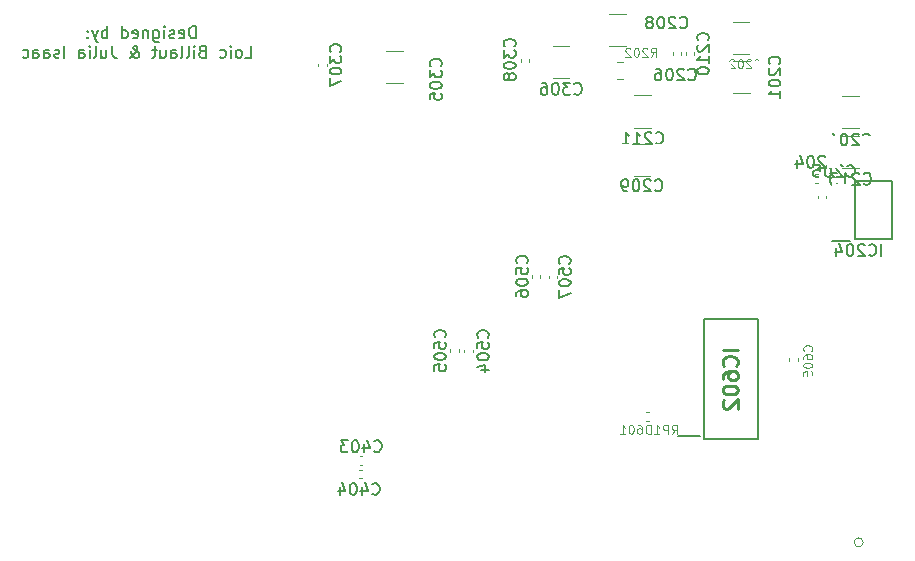
<source format=gbo>
G04 #@! TF.GenerationSoftware,KiCad,Pcbnew,(5.1.10)-1*
G04 #@! TF.CreationDate,2021-08-05T17:19:02-07:00*
G04 #@! TF.ProjectId,laser,6c617365-722e-46b6-9963-61645f706362,rev?*
G04 #@! TF.SameCoordinates,Original*
G04 #@! TF.FileFunction,Legend,Bot*
G04 #@! TF.FilePolarity,Positive*
%FSLAX46Y46*%
G04 Gerber Fmt 4.6, Leading zero omitted, Abs format (unit mm)*
G04 Created by KiCad (PCBNEW (5.1.10)-1) date 2021-08-05 17:19:02*
%MOMM*%
%LPD*%
G01*
G04 APERTURE LIST*
%ADD10C,0.150000*%
%ADD11C,0.120000*%
%ADD12C,0.200000*%
%ADD13C,0.100000*%
%ADD14C,0.254000*%
%ADD15C,0.900000*%
%ADD16C,4.200000*%
%ADD17C,4.500000*%
%ADD18C,1.650000*%
%ADD19R,1.650000X1.650000*%
%ADD20R,1.525000X0.700000*%
%ADD21R,1.800000X0.450000*%
%ADD22C,1.524000*%
G04 APERTURE END LIST*
D10*
X149862380Y-84037380D02*
X149862380Y-83037380D01*
X149624285Y-83037380D01*
X149481428Y-83085000D01*
X149386190Y-83180238D01*
X149338571Y-83275476D01*
X149290952Y-83465952D01*
X149290952Y-83608809D01*
X149338571Y-83799285D01*
X149386190Y-83894523D01*
X149481428Y-83989761D01*
X149624285Y-84037380D01*
X149862380Y-84037380D01*
X148481428Y-83989761D02*
X148576666Y-84037380D01*
X148767142Y-84037380D01*
X148862380Y-83989761D01*
X148910000Y-83894523D01*
X148910000Y-83513571D01*
X148862380Y-83418333D01*
X148767142Y-83370714D01*
X148576666Y-83370714D01*
X148481428Y-83418333D01*
X148433809Y-83513571D01*
X148433809Y-83608809D01*
X148910000Y-83704047D01*
X148052857Y-83989761D02*
X147957619Y-84037380D01*
X147767142Y-84037380D01*
X147671904Y-83989761D01*
X147624285Y-83894523D01*
X147624285Y-83846904D01*
X147671904Y-83751666D01*
X147767142Y-83704047D01*
X147910000Y-83704047D01*
X148005238Y-83656428D01*
X148052857Y-83561190D01*
X148052857Y-83513571D01*
X148005238Y-83418333D01*
X147910000Y-83370714D01*
X147767142Y-83370714D01*
X147671904Y-83418333D01*
X147195714Y-84037380D02*
X147195714Y-83370714D01*
X147195714Y-83037380D02*
X147243333Y-83085000D01*
X147195714Y-83132619D01*
X147148095Y-83085000D01*
X147195714Y-83037380D01*
X147195714Y-83132619D01*
X146290952Y-83370714D02*
X146290952Y-84180238D01*
X146338571Y-84275476D01*
X146386190Y-84323095D01*
X146481428Y-84370714D01*
X146624285Y-84370714D01*
X146719523Y-84323095D01*
X146290952Y-83989761D02*
X146386190Y-84037380D01*
X146576666Y-84037380D01*
X146671904Y-83989761D01*
X146719523Y-83942142D01*
X146767142Y-83846904D01*
X146767142Y-83561190D01*
X146719523Y-83465952D01*
X146671904Y-83418333D01*
X146576666Y-83370714D01*
X146386190Y-83370714D01*
X146290952Y-83418333D01*
X145814761Y-83370714D02*
X145814761Y-84037380D01*
X145814761Y-83465952D02*
X145767142Y-83418333D01*
X145671904Y-83370714D01*
X145529047Y-83370714D01*
X145433809Y-83418333D01*
X145386190Y-83513571D01*
X145386190Y-84037380D01*
X144529047Y-83989761D02*
X144624285Y-84037380D01*
X144814761Y-84037380D01*
X144910000Y-83989761D01*
X144957619Y-83894523D01*
X144957619Y-83513571D01*
X144910000Y-83418333D01*
X144814761Y-83370714D01*
X144624285Y-83370714D01*
X144529047Y-83418333D01*
X144481428Y-83513571D01*
X144481428Y-83608809D01*
X144957619Y-83704047D01*
X143624285Y-84037380D02*
X143624285Y-83037380D01*
X143624285Y-83989761D02*
X143719523Y-84037380D01*
X143910000Y-84037380D01*
X144005238Y-83989761D01*
X144052857Y-83942142D01*
X144100476Y-83846904D01*
X144100476Y-83561190D01*
X144052857Y-83465952D01*
X144005238Y-83418333D01*
X143910000Y-83370714D01*
X143719523Y-83370714D01*
X143624285Y-83418333D01*
X142386190Y-84037380D02*
X142386190Y-83037380D01*
X142386190Y-83418333D02*
X142290952Y-83370714D01*
X142100476Y-83370714D01*
X142005238Y-83418333D01*
X141957619Y-83465952D01*
X141910000Y-83561190D01*
X141910000Y-83846904D01*
X141957619Y-83942142D01*
X142005238Y-83989761D01*
X142100476Y-84037380D01*
X142290952Y-84037380D01*
X142386190Y-83989761D01*
X141576666Y-83370714D02*
X141338571Y-84037380D01*
X141100476Y-83370714D02*
X141338571Y-84037380D01*
X141433809Y-84275476D01*
X141481428Y-84323095D01*
X141576666Y-84370714D01*
X140719523Y-83942142D02*
X140671904Y-83989761D01*
X140719523Y-84037380D01*
X140767142Y-83989761D01*
X140719523Y-83942142D01*
X140719523Y-84037380D01*
X140719523Y-83418333D02*
X140671904Y-83465952D01*
X140719523Y-83513571D01*
X140767142Y-83465952D01*
X140719523Y-83418333D01*
X140719523Y-83513571D01*
X154076666Y-85687380D02*
X154552857Y-85687380D01*
X154552857Y-84687380D01*
X153600476Y-85687380D02*
X153695714Y-85639761D01*
X153743333Y-85592142D01*
X153790952Y-85496904D01*
X153790952Y-85211190D01*
X153743333Y-85115952D01*
X153695714Y-85068333D01*
X153600476Y-85020714D01*
X153457619Y-85020714D01*
X153362380Y-85068333D01*
X153314761Y-85115952D01*
X153267142Y-85211190D01*
X153267142Y-85496904D01*
X153314761Y-85592142D01*
X153362380Y-85639761D01*
X153457619Y-85687380D01*
X153600476Y-85687380D01*
X152838571Y-85687380D02*
X152838571Y-85020714D01*
X152838571Y-84687380D02*
X152886190Y-84735000D01*
X152838571Y-84782619D01*
X152790952Y-84735000D01*
X152838571Y-84687380D01*
X152838571Y-84782619D01*
X151933809Y-85639761D02*
X152029047Y-85687380D01*
X152219523Y-85687380D01*
X152314761Y-85639761D01*
X152362380Y-85592142D01*
X152410000Y-85496904D01*
X152410000Y-85211190D01*
X152362380Y-85115952D01*
X152314761Y-85068333D01*
X152219523Y-85020714D01*
X152029047Y-85020714D01*
X151933809Y-85068333D01*
X150410000Y-85163571D02*
X150267142Y-85211190D01*
X150219523Y-85258809D01*
X150171904Y-85354047D01*
X150171904Y-85496904D01*
X150219523Y-85592142D01*
X150267142Y-85639761D01*
X150362380Y-85687380D01*
X150743333Y-85687380D01*
X150743333Y-84687380D01*
X150410000Y-84687380D01*
X150314761Y-84735000D01*
X150267142Y-84782619D01*
X150219523Y-84877857D01*
X150219523Y-84973095D01*
X150267142Y-85068333D01*
X150314761Y-85115952D01*
X150410000Y-85163571D01*
X150743333Y-85163571D01*
X149743333Y-85687380D02*
X149743333Y-85020714D01*
X149743333Y-84687380D02*
X149790952Y-84735000D01*
X149743333Y-84782619D01*
X149695714Y-84735000D01*
X149743333Y-84687380D01*
X149743333Y-84782619D01*
X149124285Y-85687380D02*
X149219523Y-85639761D01*
X149267142Y-85544523D01*
X149267142Y-84687380D01*
X148600476Y-85687380D02*
X148695714Y-85639761D01*
X148743333Y-85544523D01*
X148743333Y-84687380D01*
X147790952Y-85687380D02*
X147790952Y-85163571D01*
X147838571Y-85068333D01*
X147933809Y-85020714D01*
X148124285Y-85020714D01*
X148219523Y-85068333D01*
X147790952Y-85639761D02*
X147886190Y-85687380D01*
X148124285Y-85687380D01*
X148219523Y-85639761D01*
X148267142Y-85544523D01*
X148267142Y-85449285D01*
X148219523Y-85354047D01*
X148124285Y-85306428D01*
X147886190Y-85306428D01*
X147790952Y-85258809D01*
X146886190Y-85020714D02*
X146886190Y-85687380D01*
X147314761Y-85020714D02*
X147314761Y-85544523D01*
X147267142Y-85639761D01*
X147171904Y-85687380D01*
X147029047Y-85687380D01*
X146933809Y-85639761D01*
X146886190Y-85592142D01*
X146552857Y-85020714D02*
X146171904Y-85020714D01*
X146410000Y-84687380D02*
X146410000Y-85544523D01*
X146362380Y-85639761D01*
X146267142Y-85687380D01*
X146171904Y-85687380D01*
X144267142Y-85687380D02*
X144314761Y-85687380D01*
X144410000Y-85639761D01*
X144552857Y-85496904D01*
X144790952Y-85211190D01*
X144886190Y-85068333D01*
X144933809Y-84925476D01*
X144933809Y-84830238D01*
X144886190Y-84735000D01*
X144790952Y-84687380D01*
X144743333Y-84687380D01*
X144648095Y-84735000D01*
X144600476Y-84830238D01*
X144600476Y-84877857D01*
X144648095Y-84973095D01*
X144695714Y-85020714D01*
X144981428Y-85211190D01*
X145029047Y-85258809D01*
X145076666Y-85354047D01*
X145076666Y-85496904D01*
X145029047Y-85592142D01*
X144981428Y-85639761D01*
X144886190Y-85687380D01*
X144743333Y-85687380D01*
X144648095Y-85639761D01*
X144600476Y-85592142D01*
X144457619Y-85401666D01*
X144410000Y-85258809D01*
X144410000Y-85163571D01*
X142790952Y-84687380D02*
X142790952Y-85401666D01*
X142838571Y-85544523D01*
X142933809Y-85639761D01*
X143076666Y-85687380D01*
X143171904Y-85687380D01*
X141886190Y-85020714D02*
X141886190Y-85687380D01*
X142314761Y-85020714D02*
X142314761Y-85544523D01*
X142267142Y-85639761D01*
X142171904Y-85687380D01*
X142029047Y-85687380D01*
X141933809Y-85639761D01*
X141886190Y-85592142D01*
X141267142Y-85687380D02*
X141362380Y-85639761D01*
X141410000Y-85544523D01*
X141410000Y-84687380D01*
X140886190Y-85687380D02*
X140886190Y-85020714D01*
X140886190Y-84687380D02*
X140933809Y-84735000D01*
X140886190Y-84782619D01*
X140838571Y-84735000D01*
X140886190Y-84687380D01*
X140886190Y-84782619D01*
X139981428Y-85687380D02*
X139981428Y-85163571D01*
X140029047Y-85068333D01*
X140124285Y-85020714D01*
X140314761Y-85020714D01*
X140410000Y-85068333D01*
X139981428Y-85639761D02*
X140076666Y-85687380D01*
X140314761Y-85687380D01*
X140410000Y-85639761D01*
X140457619Y-85544523D01*
X140457619Y-85449285D01*
X140410000Y-85354047D01*
X140314761Y-85306428D01*
X140076666Y-85306428D01*
X139981428Y-85258809D01*
X138743333Y-85687380D02*
X138743333Y-84687380D01*
X138314761Y-85639761D02*
X138219523Y-85687380D01*
X138029047Y-85687380D01*
X137933809Y-85639761D01*
X137886190Y-85544523D01*
X137886190Y-85496904D01*
X137933809Y-85401666D01*
X138029047Y-85354047D01*
X138171904Y-85354047D01*
X138267142Y-85306428D01*
X138314761Y-85211190D01*
X138314761Y-85163571D01*
X138267142Y-85068333D01*
X138171904Y-85020714D01*
X138029047Y-85020714D01*
X137933809Y-85068333D01*
X137029047Y-85687380D02*
X137029047Y-85163571D01*
X137076666Y-85068333D01*
X137171904Y-85020714D01*
X137362380Y-85020714D01*
X137457619Y-85068333D01*
X137029047Y-85639761D02*
X137124285Y-85687380D01*
X137362380Y-85687380D01*
X137457619Y-85639761D01*
X137505238Y-85544523D01*
X137505238Y-85449285D01*
X137457619Y-85354047D01*
X137362380Y-85306428D01*
X137124285Y-85306428D01*
X137029047Y-85258809D01*
X136124285Y-85687380D02*
X136124285Y-85163571D01*
X136171904Y-85068333D01*
X136267142Y-85020714D01*
X136457619Y-85020714D01*
X136552857Y-85068333D01*
X136124285Y-85639761D02*
X136219523Y-85687380D01*
X136457619Y-85687380D01*
X136552857Y-85639761D01*
X136600476Y-85544523D01*
X136600476Y-85449285D01*
X136552857Y-85354047D01*
X136457619Y-85306428D01*
X136219523Y-85306428D01*
X136124285Y-85258809D01*
X135219523Y-85639761D02*
X135314761Y-85687380D01*
X135505238Y-85687380D01*
X135600476Y-85639761D01*
X135648095Y-85592142D01*
X135695714Y-85496904D01*
X135695714Y-85211190D01*
X135648095Y-85115952D01*
X135600476Y-85068333D01*
X135505238Y-85020714D01*
X135314761Y-85020714D01*
X135219523Y-85068333D01*
D11*
X204598748Y-95040000D02*
X206021252Y-95040000D01*
X204598748Y-92320000D02*
X206021252Y-92320000D01*
X185552936Y-86065000D02*
X186007064Y-86065000D01*
X185552936Y-87535000D02*
X186007064Y-87535000D01*
X187003748Y-88890000D02*
X188426252Y-88890000D01*
X187003748Y-91610000D02*
X188426252Y-91610000D01*
X188366252Y-95710000D02*
X186943748Y-95710000D01*
X188366252Y-92990000D02*
X186943748Y-92990000D01*
X184858748Y-81960000D02*
X186281252Y-81960000D01*
X184858748Y-84680000D02*
X186281252Y-84680000D01*
X206026252Y-91650000D02*
X204603748Y-91650000D01*
X206026252Y-88930000D02*
X204603748Y-88930000D01*
X196756252Y-85350000D02*
X195333748Y-85350000D01*
X196756252Y-82630000D02*
X195333748Y-82630000D01*
X196786252Y-88690000D02*
X195363748Y-88690000D01*
X196786252Y-85970000D02*
X195363748Y-85970000D01*
X171410000Y-110392164D02*
X171410000Y-110607836D01*
X172130000Y-110392164D02*
X172130000Y-110607836D01*
X179060000Y-104092164D02*
X179060000Y-104307836D01*
X178340000Y-104092164D02*
X178340000Y-104307836D01*
X203240000Y-97587836D02*
X203240000Y-97372164D01*
X202520000Y-97587836D02*
X202520000Y-97372164D01*
X190240000Y-85457836D02*
X190240000Y-85242164D01*
X190960000Y-85457836D02*
X190960000Y-85242164D01*
X192060000Y-85457836D02*
X192060000Y-85242164D01*
X191340000Y-85457836D02*
X191340000Y-85242164D01*
X160230000Y-86417836D02*
X160230000Y-86202164D01*
X160950000Y-86417836D02*
X160950000Y-86202164D01*
X177400000Y-86047836D02*
X177400000Y-85832164D01*
X178120000Y-86047836D02*
X178120000Y-85832164D01*
X163977836Y-119430000D02*
X163762164Y-119430000D01*
X163977836Y-120150000D02*
X163762164Y-120150000D01*
X163947836Y-121310000D02*
X163732164Y-121310000D01*
X163947836Y-120590000D02*
X163732164Y-120590000D01*
X172610000Y-110402164D02*
X172610000Y-110617836D01*
X173330000Y-110402164D02*
X173330000Y-110617836D01*
X179740000Y-104142164D02*
X179740000Y-104357836D01*
X180460000Y-104142164D02*
X180460000Y-104357836D01*
X200110000Y-111357836D02*
X200110000Y-111142164D01*
X200830000Y-111357836D02*
X200830000Y-111142164D01*
D12*
X205648000Y-101045000D02*
X208848000Y-101045000D01*
X208848000Y-101045000D02*
X208848000Y-96145000D01*
X208848000Y-96145000D02*
X205648000Y-96145000D01*
X205648000Y-96145000D02*
X205648000Y-101045000D01*
X203773000Y-101200000D02*
X205298000Y-101200000D01*
X192890000Y-117990000D02*
X197490000Y-117990000D01*
X197490000Y-117990000D02*
X197490000Y-107790000D01*
X197490000Y-107790000D02*
X192890000Y-107790000D01*
X192890000Y-107790000D02*
X192890000Y-117990000D01*
X190740000Y-117690000D02*
X192540000Y-117690000D01*
D11*
X202266359Y-96330000D02*
X202573641Y-96330000D01*
X202266359Y-95570000D02*
X202573641Y-95570000D01*
X188263641Y-115650000D02*
X187956359Y-115650000D01*
X188263641Y-116410000D02*
X187956359Y-116410000D01*
X206381000Y-126732000D02*
G75*
G03*
X206381000Y-126732000I-381000J0D01*
G01*
X167411252Y-85100000D02*
X165988748Y-85100000D01*
X167411252Y-87820000D02*
X165988748Y-87820000D01*
X181501252Y-87410000D02*
X180078748Y-87410000D01*
X181501252Y-84690000D02*
X180078748Y-84690000D01*
D10*
X206429047Y-96337142D02*
X206476666Y-96384761D01*
X206619523Y-96432380D01*
X206714761Y-96432380D01*
X206857619Y-96384761D01*
X206952857Y-96289523D01*
X207000476Y-96194285D01*
X207048095Y-96003809D01*
X207048095Y-95860952D01*
X207000476Y-95670476D01*
X206952857Y-95575238D01*
X206857619Y-95480000D01*
X206714761Y-95432380D01*
X206619523Y-95432380D01*
X206476666Y-95480000D01*
X206429047Y-95527619D01*
X206048095Y-95527619D02*
X206000476Y-95480000D01*
X205905238Y-95432380D01*
X205667142Y-95432380D01*
X205571904Y-95480000D01*
X205524285Y-95527619D01*
X205476666Y-95622857D01*
X205476666Y-95718095D01*
X205524285Y-95860952D01*
X206095714Y-96432380D01*
X205476666Y-96432380D01*
X204524285Y-96432380D02*
X205095714Y-96432380D01*
X204810000Y-96432380D02*
X204810000Y-95432380D01*
X204905238Y-95575238D01*
X205000476Y-95670476D01*
X205095714Y-95718095D01*
X204190952Y-95432380D02*
X203571904Y-95432380D01*
X203905238Y-95813333D01*
X203762380Y-95813333D01*
X203667142Y-95860952D01*
X203619523Y-95908571D01*
X203571904Y-96003809D01*
X203571904Y-96241904D01*
X203619523Y-96337142D01*
X203667142Y-96384761D01*
X203762380Y-96432380D01*
X204048095Y-96432380D01*
X204143333Y-96384761D01*
X204190952Y-96337142D01*
D13*
X188389285Y-85609285D02*
X188639285Y-85252142D01*
X188817857Y-85609285D02*
X188817857Y-84859285D01*
X188532142Y-84859285D01*
X188460714Y-84895000D01*
X188425000Y-84930714D01*
X188389285Y-85002142D01*
X188389285Y-85109285D01*
X188425000Y-85180714D01*
X188460714Y-85216428D01*
X188532142Y-85252142D01*
X188817857Y-85252142D01*
X188103571Y-84930714D02*
X188067857Y-84895000D01*
X187996428Y-84859285D01*
X187817857Y-84859285D01*
X187746428Y-84895000D01*
X187710714Y-84930714D01*
X187675000Y-85002142D01*
X187675000Y-85073571D01*
X187710714Y-85180714D01*
X188139285Y-85609285D01*
X187675000Y-85609285D01*
X187210714Y-84859285D02*
X187139285Y-84859285D01*
X187067857Y-84895000D01*
X187032142Y-84930714D01*
X186996428Y-85002142D01*
X186960714Y-85145000D01*
X186960714Y-85323571D01*
X186996428Y-85466428D01*
X187032142Y-85537857D01*
X187067857Y-85573571D01*
X187139285Y-85609285D01*
X187210714Y-85609285D01*
X187282142Y-85573571D01*
X187317857Y-85537857D01*
X187353571Y-85466428D01*
X187389285Y-85323571D01*
X187389285Y-85145000D01*
X187353571Y-85002142D01*
X187317857Y-84930714D01*
X187282142Y-84895000D01*
X187210714Y-84859285D01*
X186675000Y-84930714D02*
X186639285Y-84895000D01*
X186567857Y-84859285D01*
X186389285Y-84859285D01*
X186317857Y-84895000D01*
X186282142Y-84930714D01*
X186246428Y-85002142D01*
X186246428Y-85073571D01*
X186282142Y-85180714D01*
X186710714Y-85609285D01*
X186246428Y-85609285D01*
D10*
X188834047Y-92907142D02*
X188881666Y-92954761D01*
X189024523Y-93002380D01*
X189119761Y-93002380D01*
X189262619Y-92954761D01*
X189357857Y-92859523D01*
X189405476Y-92764285D01*
X189453095Y-92573809D01*
X189453095Y-92430952D01*
X189405476Y-92240476D01*
X189357857Y-92145238D01*
X189262619Y-92050000D01*
X189119761Y-92002380D01*
X189024523Y-92002380D01*
X188881666Y-92050000D01*
X188834047Y-92097619D01*
X188453095Y-92097619D02*
X188405476Y-92050000D01*
X188310238Y-92002380D01*
X188072142Y-92002380D01*
X187976904Y-92050000D01*
X187929285Y-92097619D01*
X187881666Y-92192857D01*
X187881666Y-92288095D01*
X187929285Y-92430952D01*
X188500714Y-93002380D01*
X187881666Y-93002380D01*
X186929285Y-93002380D02*
X187500714Y-93002380D01*
X187215000Y-93002380D02*
X187215000Y-92002380D01*
X187310238Y-92145238D01*
X187405476Y-92240476D01*
X187500714Y-92288095D01*
X185976904Y-93002380D02*
X186548333Y-93002380D01*
X186262619Y-93002380D02*
X186262619Y-92002380D01*
X186357857Y-92145238D01*
X186453095Y-92240476D01*
X186548333Y-92288095D01*
X188769047Y-96907142D02*
X188816666Y-96954761D01*
X188959523Y-97002380D01*
X189054761Y-97002380D01*
X189197619Y-96954761D01*
X189292857Y-96859523D01*
X189340476Y-96764285D01*
X189388095Y-96573809D01*
X189388095Y-96430952D01*
X189340476Y-96240476D01*
X189292857Y-96145238D01*
X189197619Y-96050000D01*
X189054761Y-96002380D01*
X188959523Y-96002380D01*
X188816666Y-96050000D01*
X188769047Y-96097619D01*
X188388095Y-96097619D02*
X188340476Y-96050000D01*
X188245238Y-96002380D01*
X188007142Y-96002380D01*
X187911904Y-96050000D01*
X187864285Y-96097619D01*
X187816666Y-96192857D01*
X187816666Y-96288095D01*
X187864285Y-96430952D01*
X188435714Y-97002380D01*
X187816666Y-97002380D01*
X187197619Y-96002380D02*
X187102380Y-96002380D01*
X187007142Y-96050000D01*
X186959523Y-96097619D01*
X186911904Y-96192857D01*
X186864285Y-96383333D01*
X186864285Y-96621428D01*
X186911904Y-96811904D01*
X186959523Y-96907142D01*
X187007142Y-96954761D01*
X187102380Y-97002380D01*
X187197619Y-97002380D01*
X187292857Y-96954761D01*
X187340476Y-96907142D01*
X187388095Y-96811904D01*
X187435714Y-96621428D01*
X187435714Y-96383333D01*
X187388095Y-96192857D01*
X187340476Y-96097619D01*
X187292857Y-96050000D01*
X187197619Y-96002380D01*
X186388095Y-97002380D02*
X186197619Y-97002380D01*
X186102380Y-96954761D01*
X186054761Y-96907142D01*
X185959523Y-96764285D01*
X185911904Y-96573809D01*
X185911904Y-96192857D01*
X185959523Y-96097619D01*
X186007142Y-96050000D01*
X186102380Y-96002380D01*
X186292857Y-96002380D01*
X186388095Y-96050000D01*
X186435714Y-96097619D01*
X186483333Y-96192857D01*
X186483333Y-96430952D01*
X186435714Y-96526190D01*
X186388095Y-96573809D01*
X186292857Y-96621428D01*
X186102380Y-96621428D01*
X186007142Y-96573809D01*
X185959523Y-96526190D01*
X185911904Y-96430952D01*
X190869047Y-83117142D02*
X190916666Y-83164761D01*
X191059523Y-83212380D01*
X191154761Y-83212380D01*
X191297619Y-83164761D01*
X191392857Y-83069523D01*
X191440476Y-82974285D01*
X191488095Y-82783809D01*
X191488095Y-82640952D01*
X191440476Y-82450476D01*
X191392857Y-82355238D01*
X191297619Y-82260000D01*
X191154761Y-82212380D01*
X191059523Y-82212380D01*
X190916666Y-82260000D01*
X190869047Y-82307619D01*
X190488095Y-82307619D02*
X190440476Y-82260000D01*
X190345238Y-82212380D01*
X190107142Y-82212380D01*
X190011904Y-82260000D01*
X189964285Y-82307619D01*
X189916666Y-82402857D01*
X189916666Y-82498095D01*
X189964285Y-82640952D01*
X190535714Y-83212380D01*
X189916666Y-83212380D01*
X189297619Y-82212380D02*
X189202380Y-82212380D01*
X189107142Y-82260000D01*
X189059523Y-82307619D01*
X189011904Y-82402857D01*
X188964285Y-82593333D01*
X188964285Y-82831428D01*
X189011904Y-83021904D01*
X189059523Y-83117142D01*
X189107142Y-83164761D01*
X189202380Y-83212380D01*
X189297619Y-83212380D01*
X189392857Y-83164761D01*
X189440476Y-83117142D01*
X189488095Y-83021904D01*
X189535714Y-82831428D01*
X189535714Y-82593333D01*
X189488095Y-82402857D01*
X189440476Y-82307619D01*
X189392857Y-82260000D01*
X189297619Y-82212380D01*
X188392857Y-82640952D02*
X188488095Y-82593333D01*
X188535714Y-82545714D01*
X188583333Y-82450476D01*
X188583333Y-82402857D01*
X188535714Y-82307619D01*
X188488095Y-82260000D01*
X188392857Y-82212380D01*
X188202380Y-82212380D01*
X188107142Y-82260000D01*
X188059523Y-82307619D01*
X188011904Y-82402857D01*
X188011904Y-82450476D01*
X188059523Y-82545714D01*
X188107142Y-82593333D01*
X188202380Y-82640952D01*
X188392857Y-82640952D01*
X188488095Y-82688571D01*
X188535714Y-82736190D01*
X188583333Y-82831428D01*
X188583333Y-83021904D01*
X188535714Y-83117142D01*
X188488095Y-83164761D01*
X188392857Y-83212380D01*
X188202380Y-83212380D01*
X188107142Y-83164761D01*
X188059523Y-83117142D01*
X188011904Y-83021904D01*
X188011904Y-82831428D01*
X188059523Y-82736190D01*
X188107142Y-82688571D01*
X188202380Y-82640952D01*
X206384047Y-93017142D02*
X206431666Y-93064761D01*
X206574523Y-93112380D01*
X206669761Y-93112380D01*
X206812619Y-93064761D01*
X206907857Y-92969523D01*
X206955476Y-92874285D01*
X207003095Y-92683809D01*
X207003095Y-92540952D01*
X206955476Y-92350476D01*
X206907857Y-92255238D01*
X206812619Y-92160000D01*
X206669761Y-92112380D01*
X206574523Y-92112380D01*
X206431666Y-92160000D01*
X206384047Y-92207619D01*
X206003095Y-92207619D02*
X205955476Y-92160000D01*
X205860238Y-92112380D01*
X205622142Y-92112380D01*
X205526904Y-92160000D01*
X205479285Y-92207619D01*
X205431666Y-92302857D01*
X205431666Y-92398095D01*
X205479285Y-92540952D01*
X206050714Y-93112380D01*
X205431666Y-93112380D01*
X204812619Y-92112380D02*
X204717380Y-92112380D01*
X204622142Y-92160000D01*
X204574523Y-92207619D01*
X204526904Y-92302857D01*
X204479285Y-92493333D01*
X204479285Y-92731428D01*
X204526904Y-92921904D01*
X204574523Y-93017142D01*
X204622142Y-93064761D01*
X204717380Y-93112380D01*
X204812619Y-93112380D01*
X204907857Y-93064761D01*
X204955476Y-93017142D01*
X205003095Y-92921904D01*
X205050714Y-92731428D01*
X205050714Y-92493333D01*
X205003095Y-92302857D01*
X204955476Y-92207619D01*
X204907857Y-92160000D01*
X204812619Y-92112380D01*
X203622142Y-92445714D02*
X203622142Y-93112380D01*
X203860238Y-92064761D02*
X204098333Y-92779047D01*
X203479285Y-92779047D01*
D13*
X197194285Y-86517857D02*
X197230000Y-86553571D01*
X197337142Y-86589285D01*
X197408571Y-86589285D01*
X197515714Y-86553571D01*
X197587142Y-86482142D01*
X197622857Y-86410714D01*
X197658571Y-86267857D01*
X197658571Y-86160714D01*
X197622857Y-86017857D01*
X197587142Y-85946428D01*
X197515714Y-85875000D01*
X197408571Y-85839285D01*
X197337142Y-85839285D01*
X197230000Y-85875000D01*
X197194285Y-85910714D01*
X196908571Y-85910714D02*
X196872857Y-85875000D01*
X196801428Y-85839285D01*
X196622857Y-85839285D01*
X196551428Y-85875000D01*
X196515714Y-85910714D01*
X196480000Y-85982142D01*
X196480000Y-86053571D01*
X196515714Y-86160714D01*
X196944285Y-86589285D01*
X196480000Y-86589285D01*
X196015714Y-85839285D02*
X195944285Y-85839285D01*
X195872857Y-85875000D01*
X195837142Y-85910714D01*
X195801428Y-85982142D01*
X195765714Y-86125000D01*
X195765714Y-86303571D01*
X195801428Y-86446428D01*
X195837142Y-86517857D01*
X195872857Y-86553571D01*
X195944285Y-86589285D01*
X196015714Y-86589285D01*
X196087142Y-86553571D01*
X196122857Y-86517857D01*
X196158571Y-86446428D01*
X196194285Y-86303571D01*
X196194285Y-86125000D01*
X196158571Y-85982142D01*
X196122857Y-85910714D01*
X196087142Y-85875000D01*
X196015714Y-85839285D01*
X195480000Y-85910714D02*
X195444285Y-85875000D01*
X195372857Y-85839285D01*
X195194285Y-85839285D01*
X195122857Y-85875000D01*
X195087142Y-85910714D01*
X195051428Y-85982142D01*
X195051428Y-86053571D01*
X195087142Y-86160714D01*
X195515714Y-86589285D01*
X195051428Y-86589285D01*
D10*
X199282142Y-86210952D02*
X199329761Y-86163333D01*
X199377380Y-86020476D01*
X199377380Y-85925238D01*
X199329761Y-85782380D01*
X199234523Y-85687142D01*
X199139285Y-85639523D01*
X198948809Y-85591904D01*
X198805952Y-85591904D01*
X198615476Y-85639523D01*
X198520238Y-85687142D01*
X198425000Y-85782380D01*
X198377380Y-85925238D01*
X198377380Y-86020476D01*
X198425000Y-86163333D01*
X198472619Y-86210952D01*
X198472619Y-86591904D02*
X198425000Y-86639523D01*
X198377380Y-86734761D01*
X198377380Y-86972857D01*
X198425000Y-87068095D01*
X198472619Y-87115714D01*
X198567857Y-87163333D01*
X198663095Y-87163333D01*
X198805952Y-87115714D01*
X199377380Y-86544285D01*
X199377380Y-87163333D01*
X198377380Y-87782380D02*
X198377380Y-87877619D01*
X198425000Y-87972857D01*
X198472619Y-88020476D01*
X198567857Y-88068095D01*
X198758333Y-88115714D01*
X198996428Y-88115714D01*
X199186904Y-88068095D01*
X199282142Y-88020476D01*
X199329761Y-87972857D01*
X199377380Y-87877619D01*
X199377380Y-87782380D01*
X199329761Y-87687142D01*
X199282142Y-87639523D01*
X199186904Y-87591904D01*
X198996428Y-87544285D01*
X198758333Y-87544285D01*
X198567857Y-87591904D01*
X198472619Y-87639523D01*
X198425000Y-87687142D01*
X198377380Y-87782380D01*
X199377380Y-89068095D02*
X199377380Y-88496666D01*
X199377380Y-88782380D02*
X198377380Y-88782380D01*
X198520238Y-88687142D01*
X198615476Y-88591904D01*
X198663095Y-88496666D01*
X170967142Y-109380952D02*
X171014761Y-109333333D01*
X171062380Y-109190476D01*
X171062380Y-109095238D01*
X171014761Y-108952380D01*
X170919523Y-108857142D01*
X170824285Y-108809523D01*
X170633809Y-108761904D01*
X170490952Y-108761904D01*
X170300476Y-108809523D01*
X170205238Y-108857142D01*
X170110000Y-108952380D01*
X170062380Y-109095238D01*
X170062380Y-109190476D01*
X170110000Y-109333333D01*
X170157619Y-109380952D01*
X170062380Y-110285714D02*
X170062380Y-109809523D01*
X170538571Y-109761904D01*
X170490952Y-109809523D01*
X170443333Y-109904761D01*
X170443333Y-110142857D01*
X170490952Y-110238095D01*
X170538571Y-110285714D01*
X170633809Y-110333333D01*
X170871904Y-110333333D01*
X170967142Y-110285714D01*
X171014761Y-110238095D01*
X171062380Y-110142857D01*
X171062380Y-109904761D01*
X171014761Y-109809523D01*
X170967142Y-109761904D01*
X170062380Y-110952380D02*
X170062380Y-111047619D01*
X170110000Y-111142857D01*
X170157619Y-111190476D01*
X170252857Y-111238095D01*
X170443333Y-111285714D01*
X170681428Y-111285714D01*
X170871904Y-111238095D01*
X170967142Y-111190476D01*
X171014761Y-111142857D01*
X171062380Y-111047619D01*
X171062380Y-110952380D01*
X171014761Y-110857142D01*
X170967142Y-110809523D01*
X170871904Y-110761904D01*
X170681428Y-110714285D01*
X170443333Y-110714285D01*
X170252857Y-110761904D01*
X170157619Y-110809523D01*
X170110000Y-110857142D01*
X170062380Y-110952380D01*
X170062380Y-112190476D02*
X170062380Y-111714285D01*
X170538571Y-111666666D01*
X170490952Y-111714285D01*
X170443333Y-111809523D01*
X170443333Y-112047619D01*
X170490952Y-112142857D01*
X170538571Y-112190476D01*
X170633809Y-112238095D01*
X170871904Y-112238095D01*
X170967142Y-112190476D01*
X171014761Y-112142857D01*
X171062380Y-112047619D01*
X171062380Y-111809523D01*
X171014761Y-111714285D01*
X170967142Y-111666666D01*
X177897142Y-103080952D02*
X177944761Y-103033333D01*
X177992380Y-102890476D01*
X177992380Y-102795238D01*
X177944761Y-102652380D01*
X177849523Y-102557142D01*
X177754285Y-102509523D01*
X177563809Y-102461904D01*
X177420952Y-102461904D01*
X177230476Y-102509523D01*
X177135238Y-102557142D01*
X177040000Y-102652380D01*
X176992380Y-102795238D01*
X176992380Y-102890476D01*
X177040000Y-103033333D01*
X177087619Y-103080952D01*
X176992380Y-103985714D02*
X176992380Y-103509523D01*
X177468571Y-103461904D01*
X177420952Y-103509523D01*
X177373333Y-103604761D01*
X177373333Y-103842857D01*
X177420952Y-103938095D01*
X177468571Y-103985714D01*
X177563809Y-104033333D01*
X177801904Y-104033333D01*
X177897142Y-103985714D01*
X177944761Y-103938095D01*
X177992380Y-103842857D01*
X177992380Y-103604761D01*
X177944761Y-103509523D01*
X177897142Y-103461904D01*
X176992380Y-104652380D02*
X176992380Y-104747619D01*
X177040000Y-104842857D01*
X177087619Y-104890476D01*
X177182857Y-104938095D01*
X177373333Y-104985714D01*
X177611428Y-104985714D01*
X177801904Y-104938095D01*
X177897142Y-104890476D01*
X177944761Y-104842857D01*
X177992380Y-104747619D01*
X177992380Y-104652380D01*
X177944761Y-104557142D01*
X177897142Y-104509523D01*
X177801904Y-104461904D01*
X177611428Y-104414285D01*
X177373333Y-104414285D01*
X177182857Y-104461904D01*
X177087619Y-104509523D01*
X177040000Y-104557142D01*
X176992380Y-104652380D01*
X176992380Y-105842857D02*
X176992380Y-105652380D01*
X177040000Y-105557142D01*
X177087619Y-105509523D01*
X177230476Y-105414285D01*
X177420952Y-105366666D01*
X177801904Y-105366666D01*
X177897142Y-105414285D01*
X177944761Y-105461904D01*
X177992380Y-105557142D01*
X177992380Y-105747619D01*
X177944761Y-105842857D01*
X177897142Y-105890476D01*
X177801904Y-105938095D01*
X177563809Y-105938095D01*
X177468571Y-105890476D01*
X177420952Y-105842857D01*
X177373333Y-105747619D01*
X177373333Y-105557142D01*
X177420952Y-105461904D01*
X177468571Y-105414285D01*
X177563809Y-105366666D01*
X205029047Y-95687142D02*
X205076666Y-95734761D01*
X205219523Y-95782380D01*
X205314761Y-95782380D01*
X205457619Y-95734761D01*
X205552857Y-95639523D01*
X205600476Y-95544285D01*
X205648095Y-95353809D01*
X205648095Y-95210952D01*
X205600476Y-95020476D01*
X205552857Y-94925238D01*
X205457619Y-94830000D01*
X205314761Y-94782380D01*
X205219523Y-94782380D01*
X205076666Y-94830000D01*
X205029047Y-94877619D01*
X204648095Y-94877619D02*
X204600476Y-94830000D01*
X204505238Y-94782380D01*
X204267142Y-94782380D01*
X204171904Y-94830000D01*
X204124285Y-94877619D01*
X204076666Y-94972857D01*
X204076666Y-95068095D01*
X204124285Y-95210952D01*
X204695714Y-95782380D01*
X204076666Y-95782380D01*
X203457619Y-94782380D02*
X203362380Y-94782380D01*
X203267142Y-94830000D01*
X203219523Y-94877619D01*
X203171904Y-94972857D01*
X203124285Y-95163333D01*
X203124285Y-95401428D01*
X203171904Y-95591904D01*
X203219523Y-95687142D01*
X203267142Y-95734761D01*
X203362380Y-95782380D01*
X203457619Y-95782380D01*
X203552857Y-95734761D01*
X203600476Y-95687142D01*
X203648095Y-95591904D01*
X203695714Y-95401428D01*
X203695714Y-95163333D01*
X203648095Y-94972857D01*
X203600476Y-94877619D01*
X203552857Y-94830000D01*
X203457619Y-94782380D01*
X202219523Y-94782380D02*
X202695714Y-94782380D01*
X202743333Y-95258571D01*
X202695714Y-95210952D01*
X202600476Y-95163333D01*
X202362380Y-95163333D01*
X202267142Y-95210952D01*
X202219523Y-95258571D01*
X202171904Y-95353809D01*
X202171904Y-95591904D01*
X202219523Y-95687142D01*
X202267142Y-95734761D01*
X202362380Y-95782380D01*
X202600476Y-95782380D01*
X202695714Y-95734761D01*
X202743333Y-95687142D01*
X191589047Y-87517142D02*
X191636666Y-87564761D01*
X191779523Y-87612380D01*
X191874761Y-87612380D01*
X192017619Y-87564761D01*
X192112857Y-87469523D01*
X192160476Y-87374285D01*
X192208095Y-87183809D01*
X192208095Y-87040952D01*
X192160476Y-86850476D01*
X192112857Y-86755238D01*
X192017619Y-86660000D01*
X191874761Y-86612380D01*
X191779523Y-86612380D01*
X191636666Y-86660000D01*
X191589047Y-86707619D01*
X191208095Y-86707619D02*
X191160476Y-86660000D01*
X191065238Y-86612380D01*
X190827142Y-86612380D01*
X190731904Y-86660000D01*
X190684285Y-86707619D01*
X190636666Y-86802857D01*
X190636666Y-86898095D01*
X190684285Y-87040952D01*
X191255714Y-87612380D01*
X190636666Y-87612380D01*
X190017619Y-86612380D02*
X189922380Y-86612380D01*
X189827142Y-86660000D01*
X189779523Y-86707619D01*
X189731904Y-86802857D01*
X189684285Y-86993333D01*
X189684285Y-87231428D01*
X189731904Y-87421904D01*
X189779523Y-87517142D01*
X189827142Y-87564761D01*
X189922380Y-87612380D01*
X190017619Y-87612380D01*
X190112857Y-87564761D01*
X190160476Y-87517142D01*
X190208095Y-87421904D01*
X190255714Y-87231428D01*
X190255714Y-86993333D01*
X190208095Y-86802857D01*
X190160476Y-86707619D01*
X190112857Y-86660000D01*
X190017619Y-86612380D01*
X188827142Y-86612380D02*
X189017619Y-86612380D01*
X189112857Y-86660000D01*
X189160476Y-86707619D01*
X189255714Y-86850476D01*
X189303333Y-87040952D01*
X189303333Y-87421904D01*
X189255714Y-87517142D01*
X189208095Y-87564761D01*
X189112857Y-87612380D01*
X188922380Y-87612380D01*
X188827142Y-87564761D01*
X188779523Y-87517142D01*
X188731904Y-87421904D01*
X188731904Y-87183809D01*
X188779523Y-87088571D01*
X188827142Y-87040952D01*
X188922380Y-86993333D01*
X189112857Y-86993333D01*
X189208095Y-87040952D01*
X189255714Y-87088571D01*
X189303333Y-87183809D01*
X193217142Y-84230952D02*
X193264761Y-84183333D01*
X193312380Y-84040476D01*
X193312380Y-83945238D01*
X193264761Y-83802380D01*
X193169523Y-83707142D01*
X193074285Y-83659523D01*
X192883809Y-83611904D01*
X192740952Y-83611904D01*
X192550476Y-83659523D01*
X192455238Y-83707142D01*
X192360000Y-83802380D01*
X192312380Y-83945238D01*
X192312380Y-84040476D01*
X192360000Y-84183333D01*
X192407619Y-84230952D01*
X192407619Y-84611904D02*
X192360000Y-84659523D01*
X192312380Y-84754761D01*
X192312380Y-84992857D01*
X192360000Y-85088095D01*
X192407619Y-85135714D01*
X192502857Y-85183333D01*
X192598095Y-85183333D01*
X192740952Y-85135714D01*
X193312380Y-84564285D01*
X193312380Y-85183333D01*
X193312380Y-86135714D02*
X193312380Y-85564285D01*
X193312380Y-85850000D02*
X192312380Y-85850000D01*
X192455238Y-85754761D01*
X192550476Y-85659523D01*
X192598095Y-85564285D01*
X192312380Y-86754761D02*
X192312380Y-86850000D01*
X192360000Y-86945238D01*
X192407619Y-86992857D01*
X192502857Y-87040476D01*
X192693333Y-87088095D01*
X192931428Y-87088095D01*
X193121904Y-87040476D01*
X193217142Y-86992857D01*
X193264761Y-86945238D01*
X193312380Y-86850000D01*
X193312380Y-86754761D01*
X193264761Y-86659523D01*
X193217142Y-86611904D01*
X193121904Y-86564285D01*
X192931428Y-86516666D01*
X192693333Y-86516666D01*
X192502857Y-86564285D01*
X192407619Y-86611904D01*
X192360000Y-86659523D01*
X192312380Y-86754761D01*
X162107142Y-85190952D02*
X162154761Y-85143333D01*
X162202380Y-85000476D01*
X162202380Y-84905238D01*
X162154761Y-84762380D01*
X162059523Y-84667142D01*
X161964285Y-84619523D01*
X161773809Y-84571904D01*
X161630952Y-84571904D01*
X161440476Y-84619523D01*
X161345238Y-84667142D01*
X161250000Y-84762380D01*
X161202380Y-84905238D01*
X161202380Y-85000476D01*
X161250000Y-85143333D01*
X161297619Y-85190952D01*
X161202380Y-85524285D02*
X161202380Y-86143333D01*
X161583333Y-85810000D01*
X161583333Y-85952857D01*
X161630952Y-86048095D01*
X161678571Y-86095714D01*
X161773809Y-86143333D01*
X162011904Y-86143333D01*
X162107142Y-86095714D01*
X162154761Y-86048095D01*
X162202380Y-85952857D01*
X162202380Y-85667142D01*
X162154761Y-85571904D01*
X162107142Y-85524285D01*
X161202380Y-86762380D02*
X161202380Y-86857619D01*
X161250000Y-86952857D01*
X161297619Y-87000476D01*
X161392857Y-87048095D01*
X161583333Y-87095714D01*
X161821428Y-87095714D01*
X162011904Y-87048095D01*
X162107142Y-87000476D01*
X162154761Y-86952857D01*
X162202380Y-86857619D01*
X162202380Y-86762380D01*
X162154761Y-86667142D01*
X162107142Y-86619523D01*
X162011904Y-86571904D01*
X161821428Y-86524285D01*
X161583333Y-86524285D01*
X161392857Y-86571904D01*
X161297619Y-86619523D01*
X161250000Y-86667142D01*
X161202380Y-86762380D01*
X161202380Y-87429047D02*
X161202380Y-88095714D01*
X162202380Y-87667142D01*
X176857142Y-84730952D02*
X176904761Y-84683333D01*
X176952380Y-84540476D01*
X176952380Y-84445238D01*
X176904761Y-84302380D01*
X176809523Y-84207142D01*
X176714285Y-84159523D01*
X176523809Y-84111904D01*
X176380952Y-84111904D01*
X176190476Y-84159523D01*
X176095238Y-84207142D01*
X176000000Y-84302380D01*
X175952380Y-84445238D01*
X175952380Y-84540476D01*
X176000000Y-84683333D01*
X176047619Y-84730952D01*
X175952380Y-85064285D02*
X175952380Y-85683333D01*
X176333333Y-85350000D01*
X176333333Y-85492857D01*
X176380952Y-85588095D01*
X176428571Y-85635714D01*
X176523809Y-85683333D01*
X176761904Y-85683333D01*
X176857142Y-85635714D01*
X176904761Y-85588095D01*
X176952380Y-85492857D01*
X176952380Y-85207142D01*
X176904761Y-85111904D01*
X176857142Y-85064285D01*
X175952380Y-86302380D02*
X175952380Y-86397619D01*
X176000000Y-86492857D01*
X176047619Y-86540476D01*
X176142857Y-86588095D01*
X176333333Y-86635714D01*
X176571428Y-86635714D01*
X176761904Y-86588095D01*
X176857142Y-86540476D01*
X176904761Y-86492857D01*
X176952380Y-86397619D01*
X176952380Y-86302380D01*
X176904761Y-86207142D01*
X176857142Y-86159523D01*
X176761904Y-86111904D01*
X176571428Y-86064285D01*
X176333333Y-86064285D01*
X176142857Y-86111904D01*
X176047619Y-86159523D01*
X176000000Y-86207142D01*
X175952380Y-86302380D01*
X176380952Y-87207142D02*
X176333333Y-87111904D01*
X176285714Y-87064285D01*
X176190476Y-87016666D01*
X176142857Y-87016666D01*
X176047619Y-87064285D01*
X176000000Y-87111904D01*
X175952380Y-87207142D01*
X175952380Y-87397619D01*
X176000000Y-87492857D01*
X176047619Y-87540476D01*
X176142857Y-87588095D01*
X176190476Y-87588095D01*
X176285714Y-87540476D01*
X176333333Y-87492857D01*
X176380952Y-87397619D01*
X176380952Y-87207142D01*
X176428571Y-87111904D01*
X176476190Y-87064285D01*
X176571428Y-87016666D01*
X176761904Y-87016666D01*
X176857142Y-87064285D01*
X176904761Y-87111904D01*
X176952380Y-87207142D01*
X176952380Y-87397619D01*
X176904761Y-87492857D01*
X176857142Y-87540476D01*
X176761904Y-87588095D01*
X176571428Y-87588095D01*
X176476190Y-87540476D01*
X176428571Y-87492857D01*
X176380952Y-87397619D01*
X164989047Y-118987142D02*
X165036666Y-119034761D01*
X165179523Y-119082380D01*
X165274761Y-119082380D01*
X165417619Y-119034761D01*
X165512857Y-118939523D01*
X165560476Y-118844285D01*
X165608095Y-118653809D01*
X165608095Y-118510952D01*
X165560476Y-118320476D01*
X165512857Y-118225238D01*
X165417619Y-118130000D01*
X165274761Y-118082380D01*
X165179523Y-118082380D01*
X165036666Y-118130000D01*
X164989047Y-118177619D01*
X164131904Y-118415714D02*
X164131904Y-119082380D01*
X164370000Y-118034761D02*
X164608095Y-118749047D01*
X163989047Y-118749047D01*
X163417619Y-118082380D02*
X163322380Y-118082380D01*
X163227142Y-118130000D01*
X163179523Y-118177619D01*
X163131904Y-118272857D01*
X163084285Y-118463333D01*
X163084285Y-118701428D01*
X163131904Y-118891904D01*
X163179523Y-118987142D01*
X163227142Y-119034761D01*
X163322380Y-119082380D01*
X163417619Y-119082380D01*
X163512857Y-119034761D01*
X163560476Y-118987142D01*
X163608095Y-118891904D01*
X163655714Y-118701428D01*
X163655714Y-118463333D01*
X163608095Y-118272857D01*
X163560476Y-118177619D01*
X163512857Y-118130000D01*
X163417619Y-118082380D01*
X162750952Y-118082380D02*
X162131904Y-118082380D01*
X162465238Y-118463333D01*
X162322380Y-118463333D01*
X162227142Y-118510952D01*
X162179523Y-118558571D01*
X162131904Y-118653809D01*
X162131904Y-118891904D01*
X162179523Y-118987142D01*
X162227142Y-119034761D01*
X162322380Y-119082380D01*
X162608095Y-119082380D01*
X162703333Y-119034761D01*
X162750952Y-118987142D01*
X164819047Y-122607142D02*
X164866666Y-122654761D01*
X165009523Y-122702380D01*
X165104761Y-122702380D01*
X165247619Y-122654761D01*
X165342857Y-122559523D01*
X165390476Y-122464285D01*
X165438095Y-122273809D01*
X165438095Y-122130952D01*
X165390476Y-121940476D01*
X165342857Y-121845238D01*
X165247619Y-121750000D01*
X165104761Y-121702380D01*
X165009523Y-121702380D01*
X164866666Y-121750000D01*
X164819047Y-121797619D01*
X163961904Y-122035714D02*
X163961904Y-122702380D01*
X164200000Y-121654761D02*
X164438095Y-122369047D01*
X163819047Y-122369047D01*
X163247619Y-121702380D02*
X163152380Y-121702380D01*
X163057142Y-121750000D01*
X163009523Y-121797619D01*
X162961904Y-121892857D01*
X162914285Y-122083333D01*
X162914285Y-122321428D01*
X162961904Y-122511904D01*
X163009523Y-122607142D01*
X163057142Y-122654761D01*
X163152380Y-122702380D01*
X163247619Y-122702380D01*
X163342857Y-122654761D01*
X163390476Y-122607142D01*
X163438095Y-122511904D01*
X163485714Y-122321428D01*
X163485714Y-122083333D01*
X163438095Y-121892857D01*
X163390476Y-121797619D01*
X163342857Y-121750000D01*
X163247619Y-121702380D01*
X162057142Y-122035714D02*
X162057142Y-122702380D01*
X162295238Y-121654761D02*
X162533333Y-122369047D01*
X161914285Y-122369047D01*
X174607142Y-109390952D02*
X174654761Y-109343333D01*
X174702380Y-109200476D01*
X174702380Y-109105238D01*
X174654761Y-108962380D01*
X174559523Y-108867142D01*
X174464285Y-108819523D01*
X174273809Y-108771904D01*
X174130952Y-108771904D01*
X173940476Y-108819523D01*
X173845238Y-108867142D01*
X173750000Y-108962380D01*
X173702380Y-109105238D01*
X173702380Y-109200476D01*
X173750000Y-109343333D01*
X173797619Y-109390952D01*
X173702380Y-110295714D02*
X173702380Y-109819523D01*
X174178571Y-109771904D01*
X174130952Y-109819523D01*
X174083333Y-109914761D01*
X174083333Y-110152857D01*
X174130952Y-110248095D01*
X174178571Y-110295714D01*
X174273809Y-110343333D01*
X174511904Y-110343333D01*
X174607142Y-110295714D01*
X174654761Y-110248095D01*
X174702380Y-110152857D01*
X174702380Y-109914761D01*
X174654761Y-109819523D01*
X174607142Y-109771904D01*
X173702380Y-110962380D02*
X173702380Y-111057619D01*
X173750000Y-111152857D01*
X173797619Y-111200476D01*
X173892857Y-111248095D01*
X174083333Y-111295714D01*
X174321428Y-111295714D01*
X174511904Y-111248095D01*
X174607142Y-111200476D01*
X174654761Y-111152857D01*
X174702380Y-111057619D01*
X174702380Y-110962380D01*
X174654761Y-110867142D01*
X174607142Y-110819523D01*
X174511904Y-110771904D01*
X174321428Y-110724285D01*
X174083333Y-110724285D01*
X173892857Y-110771904D01*
X173797619Y-110819523D01*
X173750000Y-110867142D01*
X173702380Y-110962380D01*
X174035714Y-112152857D02*
X174702380Y-112152857D01*
X173654761Y-111914761D02*
X174369047Y-111676666D01*
X174369047Y-112295714D01*
X181507142Y-103130952D02*
X181554761Y-103083333D01*
X181602380Y-102940476D01*
X181602380Y-102845238D01*
X181554761Y-102702380D01*
X181459523Y-102607142D01*
X181364285Y-102559523D01*
X181173809Y-102511904D01*
X181030952Y-102511904D01*
X180840476Y-102559523D01*
X180745238Y-102607142D01*
X180650000Y-102702380D01*
X180602380Y-102845238D01*
X180602380Y-102940476D01*
X180650000Y-103083333D01*
X180697619Y-103130952D01*
X180602380Y-104035714D02*
X180602380Y-103559523D01*
X181078571Y-103511904D01*
X181030952Y-103559523D01*
X180983333Y-103654761D01*
X180983333Y-103892857D01*
X181030952Y-103988095D01*
X181078571Y-104035714D01*
X181173809Y-104083333D01*
X181411904Y-104083333D01*
X181507142Y-104035714D01*
X181554761Y-103988095D01*
X181602380Y-103892857D01*
X181602380Y-103654761D01*
X181554761Y-103559523D01*
X181507142Y-103511904D01*
X180602380Y-104702380D02*
X180602380Y-104797619D01*
X180650000Y-104892857D01*
X180697619Y-104940476D01*
X180792857Y-104988095D01*
X180983333Y-105035714D01*
X181221428Y-105035714D01*
X181411904Y-104988095D01*
X181507142Y-104940476D01*
X181554761Y-104892857D01*
X181602380Y-104797619D01*
X181602380Y-104702380D01*
X181554761Y-104607142D01*
X181507142Y-104559523D01*
X181411904Y-104511904D01*
X181221428Y-104464285D01*
X180983333Y-104464285D01*
X180792857Y-104511904D01*
X180697619Y-104559523D01*
X180650000Y-104607142D01*
X180602380Y-104702380D01*
X180602380Y-105369047D02*
X180602380Y-106035714D01*
X181602380Y-105607142D01*
D13*
X201987857Y-110520714D02*
X202023571Y-110485000D01*
X202059285Y-110377857D01*
X202059285Y-110306428D01*
X202023571Y-110199285D01*
X201952142Y-110127857D01*
X201880714Y-110092142D01*
X201737857Y-110056428D01*
X201630714Y-110056428D01*
X201487857Y-110092142D01*
X201416428Y-110127857D01*
X201345000Y-110199285D01*
X201309285Y-110306428D01*
X201309285Y-110377857D01*
X201345000Y-110485000D01*
X201380714Y-110520714D01*
X201309285Y-111163571D02*
X201309285Y-111020714D01*
X201345000Y-110949285D01*
X201380714Y-110913571D01*
X201487857Y-110842142D01*
X201630714Y-110806428D01*
X201916428Y-110806428D01*
X201987857Y-110842142D01*
X202023571Y-110877857D01*
X202059285Y-110949285D01*
X202059285Y-111092142D01*
X202023571Y-111163571D01*
X201987857Y-111199285D01*
X201916428Y-111235000D01*
X201737857Y-111235000D01*
X201666428Y-111199285D01*
X201630714Y-111163571D01*
X201595000Y-111092142D01*
X201595000Y-110949285D01*
X201630714Y-110877857D01*
X201666428Y-110842142D01*
X201737857Y-110806428D01*
X201309285Y-111699285D02*
X201309285Y-111770714D01*
X201345000Y-111842142D01*
X201380714Y-111877857D01*
X201452142Y-111913571D01*
X201595000Y-111949285D01*
X201773571Y-111949285D01*
X201916428Y-111913571D01*
X201987857Y-111877857D01*
X202023571Y-111842142D01*
X202059285Y-111770714D01*
X202059285Y-111699285D01*
X202023571Y-111627857D01*
X201987857Y-111592142D01*
X201916428Y-111556428D01*
X201773571Y-111520714D01*
X201595000Y-111520714D01*
X201452142Y-111556428D01*
X201380714Y-111592142D01*
X201345000Y-111627857D01*
X201309285Y-111699285D01*
X201309285Y-112627857D02*
X201309285Y-112270714D01*
X201666428Y-112235000D01*
X201630714Y-112270714D01*
X201595000Y-112342142D01*
X201595000Y-112520714D01*
X201630714Y-112592142D01*
X201666428Y-112627857D01*
X201737857Y-112663571D01*
X201916428Y-112663571D01*
X201987857Y-112627857D01*
X202023571Y-112592142D01*
X202059285Y-112520714D01*
X202059285Y-112342142D01*
X202023571Y-112270714D01*
X201987857Y-112235000D01*
D10*
X207928571Y-102467380D02*
X207928571Y-101467380D01*
X206880952Y-102372142D02*
X206928571Y-102419761D01*
X207071428Y-102467380D01*
X207166666Y-102467380D01*
X207309523Y-102419761D01*
X207404761Y-102324523D01*
X207452380Y-102229285D01*
X207500000Y-102038809D01*
X207500000Y-101895952D01*
X207452380Y-101705476D01*
X207404761Y-101610238D01*
X207309523Y-101515000D01*
X207166666Y-101467380D01*
X207071428Y-101467380D01*
X206928571Y-101515000D01*
X206880952Y-101562619D01*
X206500000Y-101562619D02*
X206452380Y-101515000D01*
X206357142Y-101467380D01*
X206119047Y-101467380D01*
X206023809Y-101515000D01*
X205976190Y-101562619D01*
X205928571Y-101657857D01*
X205928571Y-101753095D01*
X205976190Y-101895952D01*
X206547619Y-102467380D01*
X205928571Y-102467380D01*
X205309523Y-101467380D02*
X205214285Y-101467380D01*
X205119047Y-101515000D01*
X205071428Y-101562619D01*
X205023809Y-101657857D01*
X204976190Y-101848333D01*
X204976190Y-102086428D01*
X205023809Y-102276904D01*
X205071428Y-102372142D01*
X205119047Y-102419761D01*
X205214285Y-102467380D01*
X205309523Y-102467380D01*
X205404761Y-102419761D01*
X205452380Y-102372142D01*
X205500000Y-102276904D01*
X205547619Y-102086428D01*
X205547619Y-101848333D01*
X205500000Y-101657857D01*
X205452380Y-101562619D01*
X205404761Y-101515000D01*
X205309523Y-101467380D01*
X204119047Y-101800714D02*
X204119047Y-102467380D01*
X204357142Y-101419761D02*
X204595238Y-102134047D01*
X203976190Y-102134047D01*
D14*
X195764523Y-110440714D02*
X194494523Y-110440714D01*
X195643571Y-111771190D02*
X195704047Y-111710714D01*
X195764523Y-111529285D01*
X195764523Y-111408333D01*
X195704047Y-111226904D01*
X195583095Y-111105952D01*
X195462142Y-111045476D01*
X195220238Y-110985000D01*
X195038809Y-110985000D01*
X194796904Y-111045476D01*
X194675952Y-111105952D01*
X194555000Y-111226904D01*
X194494523Y-111408333D01*
X194494523Y-111529285D01*
X194555000Y-111710714D01*
X194615476Y-111771190D01*
X194494523Y-112859761D02*
X194494523Y-112617857D01*
X194555000Y-112496904D01*
X194615476Y-112436428D01*
X194796904Y-112315476D01*
X195038809Y-112255000D01*
X195522619Y-112255000D01*
X195643571Y-112315476D01*
X195704047Y-112375952D01*
X195764523Y-112496904D01*
X195764523Y-112738809D01*
X195704047Y-112859761D01*
X195643571Y-112920238D01*
X195522619Y-112980714D01*
X195220238Y-112980714D01*
X195099285Y-112920238D01*
X195038809Y-112859761D01*
X194978333Y-112738809D01*
X194978333Y-112496904D01*
X195038809Y-112375952D01*
X195099285Y-112315476D01*
X195220238Y-112255000D01*
X194494523Y-113766904D02*
X194494523Y-113887857D01*
X194555000Y-114008809D01*
X194615476Y-114069285D01*
X194736428Y-114129761D01*
X194978333Y-114190238D01*
X195280714Y-114190238D01*
X195522619Y-114129761D01*
X195643571Y-114069285D01*
X195704047Y-114008809D01*
X195764523Y-113887857D01*
X195764523Y-113766904D01*
X195704047Y-113645952D01*
X195643571Y-113585476D01*
X195522619Y-113525000D01*
X195280714Y-113464523D01*
X194978333Y-113464523D01*
X194736428Y-113525000D01*
X194615476Y-113585476D01*
X194555000Y-113645952D01*
X194494523Y-113766904D01*
X194615476Y-114674047D02*
X194555000Y-114734523D01*
X194494523Y-114855476D01*
X194494523Y-115157857D01*
X194555000Y-115278809D01*
X194615476Y-115339285D01*
X194736428Y-115399761D01*
X194857380Y-115399761D01*
X195038809Y-115339285D01*
X195764523Y-114613571D01*
X195764523Y-115399761D01*
D10*
X203539047Y-95007380D02*
X203872380Y-94531190D01*
X204110476Y-95007380D02*
X204110476Y-94007380D01*
X203729523Y-94007380D01*
X203634285Y-94055000D01*
X203586666Y-94102619D01*
X203539047Y-94197857D01*
X203539047Y-94340714D01*
X203586666Y-94435952D01*
X203634285Y-94483571D01*
X203729523Y-94531190D01*
X204110476Y-94531190D01*
X203158095Y-94102619D02*
X203110476Y-94055000D01*
X203015238Y-94007380D01*
X202777142Y-94007380D01*
X202681904Y-94055000D01*
X202634285Y-94102619D01*
X202586666Y-94197857D01*
X202586666Y-94293095D01*
X202634285Y-94435952D01*
X203205714Y-95007380D01*
X202586666Y-95007380D01*
X201967619Y-94007380D02*
X201872380Y-94007380D01*
X201777142Y-94055000D01*
X201729523Y-94102619D01*
X201681904Y-94197857D01*
X201634285Y-94388333D01*
X201634285Y-94626428D01*
X201681904Y-94816904D01*
X201729523Y-94912142D01*
X201777142Y-94959761D01*
X201872380Y-95007380D01*
X201967619Y-95007380D01*
X202062857Y-94959761D01*
X202110476Y-94912142D01*
X202158095Y-94816904D01*
X202205714Y-94626428D01*
X202205714Y-94388333D01*
X202158095Y-94197857D01*
X202110476Y-94102619D01*
X202062857Y-94055000D01*
X201967619Y-94007380D01*
X200777142Y-94340714D02*
X200777142Y-95007380D01*
X201015238Y-93959761D02*
X201253333Y-94674047D01*
X200634285Y-94674047D01*
D13*
X190166428Y-117539285D02*
X190416428Y-117182142D01*
X190595000Y-117539285D02*
X190595000Y-116789285D01*
X190309285Y-116789285D01*
X190237857Y-116825000D01*
X190202142Y-116860714D01*
X190166428Y-116932142D01*
X190166428Y-117039285D01*
X190202142Y-117110714D01*
X190237857Y-117146428D01*
X190309285Y-117182142D01*
X190595000Y-117182142D01*
X189845000Y-117539285D02*
X189845000Y-116789285D01*
X189559285Y-116789285D01*
X189487857Y-116825000D01*
X189452142Y-116860714D01*
X189416428Y-116932142D01*
X189416428Y-117039285D01*
X189452142Y-117110714D01*
X189487857Y-117146428D01*
X189559285Y-117182142D01*
X189845000Y-117182142D01*
X188702142Y-117539285D02*
X189130714Y-117539285D01*
X188916428Y-117539285D02*
X188916428Y-116789285D01*
X188987857Y-116896428D01*
X189059285Y-116967857D01*
X189130714Y-117003571D01*
X188380714Y-117539285D02*
X188380714Y-116789285D01*
X188202142Y-116789285D01*
X188095000Y-116825000D01*
X188023571Y-116896428D01*
X187987857Y-116967857D01*
X187952142Y-117110714D01*
X187952142Y-117217857D01*
X187987857Y-117360714D01*
X188023571Y-117432142D01*
X188095000Y-117503571D01*
X188202142Y-117539285D01*
X188380714Y-117539285D01*
X187309285Y-116789285D02*
X187452142Y-116789285D01*
X187523571Y-116825000D01*
X187559285Y-116860714D01*
X187630714Y-116967857D01*
X187666428Y-117110714D01*
X187666428Y-117396428D01*
X187630714Y-117467857D01*
X187595000Y-117503571D01*
X187523571Y-117539285D01*
X187380714Y-117539285D01*
X187309285Y-117503571D01*
X187273571Y-117467857D01*
X187237857Y-117396428D01*
X187237857Y-117217857D01*
X187273571Y-117146428D01*
X187309285Y-117110714D01*
X187380714Y-117075000D01*
X187523571Y-117075000D01*
X187595000Y-117110714D01*
X187630714Y-117146428D01*
X187666428Y-117217857D01*
X186773571Y-116789285D02*
X186702142Y-116789285D01*
X186630714Y-116825000D01*
X186595000Y-116860714D01*
X186559285Y-116932142D01*
X186523571Y-117075000D01*
X186523571Y-117253571D01*
X186559285Y-117396428D01*
X186595000Y-117467857D01*
X186630714Y-117503571D01*
X186702142Y-117539285D01*
X186773571Y-117539285D01*
X186845000Y-117503571D01*
X186880714Y-117467857D01*
X186916428Y-117396428D01*
X186952142Y-117253571D01*
X186952142Y-117075000D01*
X186916428Y-116932142D01*
X186880714Y-116860714D01*
X186845000Y-116825000D01*
X186773571Y-116789285D01*
X185809285Y-117539285D02*
X186237857Y-117539285D01*
X186023571Y-117539285D02*
X186023571Y-116789285D01*
X186095000Y-116896428D01*
X186166428Y-116967857D01*
X186237857Y-117003571D01*
D10*
X170597142Y-86410952D02*
X170644761Y-86363333D01*
X170692380Y-86220476D01*
X170692380Y-86125238D01*
X170644761Y-85982380D01*
X170549523Y-85887142D01*
X170454285Y-85839523D01*
X170263809Y-85791904D01*
X170120952Y-85791904D01*
X169930476Y-85839523D01*
X169835238Y-85887142D01*
X169740000Y-85982380D01*
X169692380Y-86125238D01*
X169692380Y-86220476D01*
X169740000Y-86363333D01*
X169787619Y-86410952D01*
X169692380Y-86744285D02*
X169692380Y-87363333D01*
X170073333Y-87030000D01*
X170073333Y-87172857D01*
X170120952Y-87268095D01*
X170168571Y-87315714D01*
X170263809Y-87363333D01*
X170501904Y-87363333D01*
X170597142Y-87315714D01*
X170644761Y-87268095D01*
X170692380Y-87172857D01*
X170692380Y-86887142D01*
X170644761Y-86791904D01*
X170597142Y-86744285D01*
X169692380Y-87982380D02*
X169692380Y-88077619D01*
X169740000Y-88172857D01*
X169787619Y-88220476D01*
X169882857Y-88268095D01*
X170073333Y-88315714D01*
X170311428Y-88315714D01*
X170501904Y-88268095D01*
X170597142Y-88220476D01*
X170644761Y-88172857D01*
X170692380Y-88077619D01*
X170692380Y-87982380D01*
X170644761Y-87887142D01*
X170597142Y-87839523D01*
X170501904Y-87791904D01*
X170311428Y-87744285D01*
X170073333Y-87744285D01*
X169882857Y-87791904D01*
X169787619Y-87839523D01*
X169740000Y-87887142D01*
X169692380Y-87982380D01*
X169692380Y-89220476D02*
X169692380Y-88744285D01*
X170168571Y-88696666D01*
X170120952Y-88744285D01*
X170073333Y-88839523D01*
X170073333Y-89077619D01*
X170120952Y-89172857D01*
X170168571Y-89220476D01*
X170263809Y-89268095D01*
X170501904Y-89268095D01*
X170597142Y-89220476D01*
X170644761Y-89172857D01*
X170692380Y-89077619D01*
X170692380Y-88839523D01*
X170644761Y-88744285D01*
X170597142Y-88696666D01*
X181929047Y-88727142D02*
X181976666Y-88774761D01*
X182119523Y-88822380D01*
X182214761Y-88822380D01*
X182357619Y-88774761D01*
X182452857Y-88679523D01*
X182500476Y-88584285D01*
X182548095Y-88393809D01*
X182548095Y-88250952D01*
X182500476Y-88060476D01*
X182452857Y-87965238D01*
X182357619Y-87870000D01*
X182214761Y-87822380D01*
X182119523Y-87822380D01*
X181976666Y-87870000D01*
X181929047Y-87917619D01*
X181595714Y-87822380D02*
X180976666Y-87822380D01*
X181310000Y-88203333D01*
X181167142Y-88203333D01*
X181071904Y-88250952D01*
X181024285Y-88298571D01*
X180976666Y-88393809D01*
X180976666Y-88631904D01*
X181024285Y-88727142D01*
X181071904Y-88774761D01*
X181167142Y-88822380D01*
X181452857Y-88822380D01*
X181548095Y-88774761D01*
X181595714Y-88727142D01*
X180357619Y-87822380D02*
X180262380Y-87822380D01*
X180167142Y-87870000D01*
X180119523Y-87917619D01*
X180071904Y-88012857D01*
X180024285Y-88203333D01*
X180024285Y-88441428D01*
X180071904Y-88631904D01*
X180119523Y-88727142D01*
X180167142Y-88774761D01*
X180262380Y-88822380D01*
X180357619Y-88822380D01*
X180452857Y-88774761D01*
X180500476Y-88727142D01*
X180548095Y-88631904D01*
X180595714Y-88441428D01*
X180595714Y-88203333D01*
X180548095Y-88012857D01*
X180500476Y-87917619D01*
X180452857Y-87870000D01*
X180357619Y-87822380D01*
X179167142Y-87822380D02*
X179357619Y-87822380D01*
X179452857Y-87870000D01*
X179500476Y-87917619D01*
X179595714Y-88060476D01*
X179643333Y-88250952D01*
X179643333Y-88631904D01*
X179595714Y-88727142D01*
X179548095Y-88774761D01*
X179452857Y-88822380D01*
X179262380Y-88822380D01*
X179167142Y-88774761D01*
X179119523Y-88727142D01*
X179071904Y-88631904D01*
X179071904Y-88393809D01*
X179119523Y-88298571D01*
X179167142Y-88250952D01*
X179262380Y-88203333D01*
X179452857Y-88203333D01*
X179548095Y-88250952D01*
X179595714Y-88298571D01*
X179643333Y-88393809D01*
%LPC*%
D15*
X207000000Y-103360000D03*
X207000000Y-107760000D03*
G36*
G01*
X206210000Y-94780001D02*
X206210000Y-92579999D01*
G75*
G02*
X206459999Y-92330000I249999J0D01*
G01*
X207110001Y-92330000D01*
G75*
G02*
X207360000Y-92579999I0J-249999D01*
G01*
X207360000Y-94780001D01*
G75*
G02*
X207110001Y-95030000I-249999J0D01*
G01*
X206459999Y-95030000D01*
G75*
G02*
X206210000Y-94780001I0J249999D01*
G01*
G37*
G36*
G01*
X203260000Y-94780001D02*
X203260000Y-92579999D01*
G75*
G02*
X203509999Y-92330000I249999J0D01*
G01*
X204160001Y-92330000D01*
G75*
G02*
X204410000Y-92579999I0J-249999D01*
G01*
X204410000Y-94780001D01*
G75*
G02*
X204160001Y-95030000I-249999J0D01*
G01*
X203509999Y-95030000D01*
G75*
G02*
X203260000Y-94780001I0J249999D01*
G01*
G37*
D16*
X205841600Y-129700000D03*
X205867000Y-83903800D03*
D17*
X126263400Y-93225600D03*
X152374600Y-93200200D03*
X152298400Y-121267200D03*
X126263400Y-121165600D03*
X130835400Y-129674600D03*
X130830000Y-83930000D03*
D18*
X207550000Y-115950000D03*
X205010000Y-115950000D03*
X202470000Y-115950000D03*
X207550000Y-113410000D03*
X205010000Y-113410000D03*
D19*
X202470000Y-113410000D03*
G36*
G01*
X186180000Y-87250002D02*
X186180000Y-86349998D01*
G75*
G02*
X186429998Y-86100000I249998J0D01*
G01*
X186955002Y-86100000D01*
G75*
G02*
X187205000Y-86349998I0J-249998D01*
G01*
X187205000Y-87250002D01*
G75*
G02*
X186955002Y-87500000I-249998J0D01*
G01*
X186429998Y-87500000D01*
G75*
G02*
X186180000Y-87250002I0J249998D01*
G01*
G37*
G36*
G01*
X184355000Y-87250002D02*
X184355000Y-86349998D01*
G75*
G02*
X184604998Y-86100000I249998J0D01*
G01*
X185130002Y-86100000D01*
G75*
G02*
X185380000Y-86349998I0J-249998D01*
G01*
X185380000Y-87250002D01*
G75*
G02*
X185130002Y-87500000I-249998J0D01*
G01*
X184604998Y-87500000D01*
G75*
G02*
X184355000Y-87250002I0J249998D01*
G01*
G37*
G36*
G01*
X188615000Y-91350001D02*
X188615000Y-89149999D01*
G75*
G02*
X188864999Y-88900000I249999J0D01*
G01*
X189515001Y-88900000D01*
G75*
G02*
X189765000Y-89149999I0J-249999D01*
G01*
X189765000Y-91350001D01*
G75*
G02*
X189515001Y-91600000I-249999J0D01*
G01*
X188864999Y-91600000D01*
G75*
G02*
X188615000Y-91350001I0J249999D01*
G01*
G37*
G36*
G01*
X185665000Y-91350001D02*
X185665000Y-89149999D01*
G75*
G02*
X185914999Y-88900000I249999J0D01*
G01*
X186565001Y-88900000D01*
G75*
G02*
X186815000Y-89149999I0J-249999D01*
G01*
X186815000Y-91350001D01*
G75*
G02*
X186565001Y-91600000I-249999J0D01*
G01*
X185914999Y-91600000D01*
G75*
G02*
X185665000Y-91350001I0J249999D01*
G01*
G37*
G36*
G01*
X186755000Y-93249999D02*
X186755000Y-95450001D01*
G75*
G02*
X186505001Y-95700000I-249999J0D01*
G01*
X185854999Y-95700000D01*
G75*
G02*
X185605000Y-95450001I0J249999D01*
G01*
X185605000Y-93249999D01*
G75*
G02*
X185854999Y-93000000I249999J0D01*
G01*
X186505001Y-93000000D01*
G75*
G02*
X186755000Y-93249999I0J-249999D01*
G01*
G37*
G36*
G01*
X189705000Y-93249999D02*
X189705000Y-95450001D01*
G75*
G02*
X189455001Y-95700000I-249999J0D01*
G01*
X188804999Y-95700000D01*
G75*
G02*
X188555000Y-95450001I0J249999D01*
G01*
X188555000Y-93249999D01*
G75*
G02*
X188804999Y-93000000I249999J0D01*
G01*
X189455001Y-93000000D01*
G75*
G02*
X189705000Y-93249999I0J-249999D01*
G01*
G37*
G36*
G01*
X186470000Y-84420001D02*
X186470000Y-82219999D01*
G75*
G02*
X186719999Y-81970000I249999J0D01*
G01*
X187370001Y-81970000D01*
G75*
G02*
X187620000Y-82219999I0J-249999D01*
G01*
X187620000Y-84420001D01*
G75*
G02*
X187370001Y-84670000I-249999J0D01*
G01*
X186719999Y-84670000D01*
G75*
G02*
X186470000Y-84420001I0J249999D01*
G01*
G37*
G36*
G01*
X183520000Y-84420001D02*
X183520000Y-82219999D01*
G75*
G02*
X183769999Y-81970000I249999J0D01*
G01*
X184420001Y-81970000D01*
G75*
G02*
X184670000Y-82219999I0J-249999D01*
G01*
X184670000Y-84420001D01*
G75*
G02*
X184420001Y-84670000I-249999J0D01*
G01*
X183769999Y-84670000D01*
G75*
G02*
X183520000Y-84420001I0J249999D01*
G01*
G37*
G36*
G01*
X204415000Y-89189999D02*
X204415000Y-91390001D01*
G75*
G02*
X204165001Y-91640000I-249999J0D01*
G01*
X203514999Y-91640000D01*
G75*
G02*
X203265000Y-91390001I0J249999D01*
G01*
X203265000Y-89189999D01*
G75*
G02*
X203514999Y-88940000I249999J0D01*
G01*
X204165001Y-88940000D01*
G75*
G02*
X204415000Y-89189999I0J-249999D01*
G01*
G37*
G36*
G01*
X207365000Y-89189999D02*
X207365000Y-91390001D01*
G75*
G02*
X207115001Y-91640000I-249999J0D01*
G01*
X206464999Y-91640000D01*
G75*
G02*
X206215000Y-91390001I0J249999D01*
G01*
X206215000Y-89189999D01*
G75*
G02*
X206464999Y-88940000I249999J0D01*
G01*
X207115001Y-88940000D01*
G75*
G02*
X207365000Y-89189999I0J-249999D01*
G01*
G37*
G36*
G01*
X195145000Y-82889999D02*
X195145000Y-85090001D01*
G75*
G02*
X194895001Y-85340000I-249999J0D01*
G01*
X194244999Y-85340000D01*
G75*
G02*
X193995000Y-85090001I0J249999D01*
G01*
X193995000Y-82889999D01*
G75*
G02*
X194244999Y-82640000I249999J0D01*
G01*
X194895001Y-82640000D01*
G75*
G02*
X195145000Y-82889999I0J-249999D01*
G01*
G37*
G36*
G01*
X198095000Y-82889999D02*
X198095000Y-85090001D01*
G75*
G02*
X197845001Y-85340000I-249999J0D01*
G01*
X197194999Y-85340000D01*
G75*
G02*
X196945000Y-85090001I0J249999D01*
G01*
X196945000Y-82889999D01*
G75*
G02*
X197194999Y-82640000I249999J0D01*
G01*
X197845001Y-82640000D01*
G75*
G02*
X198095000Y-82889999I0J-249999D01*
G01*
G37*
G36*
G01*
X195175000Y-86229999D02*
X195175000Y-88430001D01*
G75*
G02*
X194925001Y-88680000I-249999J0D01*
G01*
X194274999Y-88680000D01*
G75*
G02*
X194025000Y-88430001I0J249999D01*
G01*
X194025000Y-86229999D01*
G75*
G02*
X194274999Y-85980000I249999J0D01*
G01*
X194925001Y-85980000D01*
G75*
G02*
X195175000Y-86229999I0J-249999D01*
G01*
G37*
G36*
G01*
X198125000Y-86229999D02*
X198125000Y-88430001D01*
G75*
G02*
X197875001Y-88680000I-249999J0D01*
G01*
X197224999Y-88680000D01*
G75*
G02*
X196975000Y-88430001I0J249999D01*
G01*
X196975000Y-86229999D01*
G75*
G02*
X197224999Y-85980000I249999J0D01*
G01*
X197875001Y-85980000D01*
G75*
G02*
X198125000Y-86229999I0J-249999D01*
G01*
G37*
G36*
G01*
X171600000Y-109740000D02*
X171940000Y-109740000D01*
G75*
G02*
X172080000Y-109880000I0J-140000D01*
G01*
X172080000Y-110160000D01*
G75*
G02*
X171940000Y-110300000I-140000J0D01*
G01*
X171600000Y-110300000D01*
G75*
G02*
X171460000Y-110160000I0J140000D01*
G01*
X171460000Y-109880000D01*
G75*
G02*
X171600000Y-109740000I140000J0D01*
G01*
G37*
G36*
G01*
X171600000Y-110700000D02*
X171940000Y-110700000D01*
G75*
G02*
X172080000Y-110840000I0J-140000D01*
G01*
X172080000Y-111120000D01*
G75*
G02*
X171940000Y-111260000I-140000J0D01*
G01*
X171600000Y-111260000D01*
G75*
G02*
X171460000Y-111120000I0J140000D01*
G01*
X171460000Y-110840000D01*
G75*
G02*
X171600000Y-110700000I140000J0D01*
G01*
G37*
G36*
G01*
X178530000Y-104400000D02*
X178870000Y-104400000D01*
G75*
G02*
X179010000Y-104540000I0J-140000D01*
G01*
X179010000Y-104820000D01*
G75*
G02*
X178870000Y-104960000I-140000J0D01*
G01*
X178530000Y-104960000D01*
G75*
G02*
X178390000Y-104820000I0J140000D01*
G01*
X178390000Y-104540000D01*
G75*
G02*
X178530000Y-104400000I140000J0D01*
G01*
G37*
G36*
G01*
X178530000Y-103440000D02*
X178870000Y-103440000D01*
G75*
G02*
X179010000Y-103580000I0J-140000D01*
G01*
X179010000Y-103860000D01*
G75*
G02*
X178870000Y-104000000I-140000J0D01*
G01*
X178530000Y-104000000D01*
G75*
G02*
X178390000Y-103860000I0J140000D01*
G01*
X178390000Y-103580000D01*
G75*
G02*
X178530000Y-103440000I140000J0D01*
G01*
G37*
G36*
G01*
X203050000Y-98240000D02*
X202710000Y-98240000D01*
G75*
G02*
X202570000Y-98100000I0J140000D01*
G01*
X202570000Y-97820000D01*
G75*
G02*
X202710000Y-97680000I140000J0D01*
G01*
X203050000Y-97680000D01*
G75*
G02*
X203190000Y-97820000I0J-140000D01*
G01*
X203190000Y-98100000D01*
G75*
G02*
X203050000Y-98240000I-140000J0D01*
G01*
G37*
G36*
G01*
X203050000Y-97280000D02*
X202710000Y-97280000D01*
G75*
G02*
X202570000Y-97140000I0J140000D01*
G01*
X202570000Y-96860000D01*
G75*
G02*
X202710000Y-96720000I140000J0D01*
G01*
X203050000Y-96720000D01*
G75*
G02*
X203190000Y-96860000I0J-140000D01*
G01*
X203190000Y-97140000D01*
G75*
G02*
X203050000Y-97280000I-140000J0D01*
G01*
G37*
G36*
G01*
X190770000Y-85150000D02*
X190430000Y-85150000D01*
G75*
G02*
X190290000Y-85010000I0J140000D01*
G01*
X190290000Y-84730000D01*
G75*
G02*
X190430000Y-84590000I140000J0D01*
G01*
X190770000Y-84590000D01*
G75*
G02*
X190910000Y-84730000I0J-140000D01*
G01*
X190910000Y-85010000D01*
G75*
G02*
X190770000Y-85150000I-140000J0D01*
G01*
G37*
G36*
G01*
X190770000Y-86110000D02*
X190430000Y-86110000D01*
G75*
G02*
X190290000Y-85970000I0J140000D01*
G01*
X190290000Y-85690000D01*
G75*
G02*
X190430000Y-85550000I140000J0D01*
G01*
X190770000Y-85550000D01*
G75*
G02*
X190910000Y-85690000I0J-140000D01*
G01*
X190910000Y-85970000D01*
G75*
G02*
X190770000Y-86110000I-140000J0D01*
G01*
G37*
G36*
G01*
X191870000Y-86110000D02*
X191530000Y-86110000D01*
G75*
G02*
X191390000Y-85970000I0J140000D01*
G01*
X191390000Y-85690000D01*
G75*
G02*
X191530000Y-85550000I140000J0D01*
G01*
X191870000Y-85550000D01*
G75*
G02*
X192010000Y-85690000I0J-140000D01*
G01*
X192010000Y-85970000D01*
G75*
G02*
X191870000Y-86110000I-140000J0D01*
G01*
G37*
G36*
G01*
X191870000Y-85150000D02*
X191530000Y-85150000D01*
G75*
G02*
X191390000Y-85010000I0J140000D01*
G01*
X191390000Y-84730000D01*
G75*
G02*
X191530000Y-84590000I140000J0D01*
G01*
X191870000Y-84590000D01*
G75*
G02*
X192010000Y-84730000I0J-140000D01*
G01*
X192010000Y-85010000D01*
G75*
G02*
X191870000Y-85150000I-140000J0D01*
G01*
G37*
G36*
G01*
X160760000Y-86110000D02*
X160420000Y-86110000D01*
G75*
G02*
X160280000Y-85970000I0J140000D01*
G01*
X160280000Y-85690000D01*
G75*
G02*
X160420000Y-85550000I140000J0D01*
G01*
X160760000Y-85550000D01*
G75*
G02*
X160900000Y-85690000I0J-140000D01*
G01*
X160900000Y-85970000D01*
G75*
G02*
X160760000Y-86110000I-140000J0D01*
G01*
G37*
G36*
G01*
X160760000Y-87070000D02*
X160420000Y-87070000D01*
G75*
G02*
X160280000Y-86930000I0J140000D01*
G01*
X160280000Y-86650000D01*
G75*
G02*
X160420000Y-86510000I140000J0D01*
G01*
X160760000Y-86510000D01*
G75*
G02*
X160900000Y-86650000I0J-140000D01*
G01*
X160900000Y-86930000D01*
G75*
G02*
X160760000Y-87070000I-140000J0D01*
G01*
G37*
G36*
G01*
X177930000Y-85740000D02*
X177590000Y-85740000D01*
G75*
G02*
X177450000Y-85600000I0J140000D01*
G01*
X177450000Y-85320000D01*
G75*
G02*
X177590000Y-85180000I140000J0D01*
G01*
X177930000Y-85180000D01*
G75*
G02*
X178070000Y-85320000I0J-140000D01*
G01*
X178070000Y-85600000D01*
G75*
G02*
X177930000Y-85740000I-140000J0D01*
G01*
G37*
G36*
G01*
X177930000Y-86700000D02*
X177590000Y-86700000D01*
G75*
G02*
X177450000Y-86560000I0J140000D01*
G01*
X177450000Y-86280000D01*
G75*
G02*
X177590000Y-86140000I140000J0D01*
G01*
X177930000Y-86140000D01*
G75*
G02*
X178070000Y-86280000I0J-140000D01*
G01*
X178070000Y-86560000D01*
G75*
G02*
X177930000Y-86700000I-140000J0D01*
G01*
G37*
G36*
G01*
X164630000Y-119620000D02*
X164630000Y-119960000D01*
G75*
G02*
X164490000Y-120100000I-140000J0D01*
G01*
X164210000Y-120100000D01*
G75*
G02*
X164070000Y-119960000I0J140000D01*
G01*
X164070000Y-119620000D01*
G75*
G02*
X164210000Y-119480000I140000J0D01*
G01*
X164490000Y-119480000D01*
G75*
G02*
X164630000Y-119620000I0J-140000D01*
G01*
G37*
G36*
G01*
X163670000Y-119620000D02*
X163670000Y-119960000D01*
G75*
G02*
X163530000Y-120100000I-140000J0D01*
G01*
X163250000Y-120100000D01*
G75*
G02*
X163110000Y-119960000I0J140000D01*
G01*
X163110000Y-119620000D01*
G75*
G02*
X163250000Y-119480000I140000J0D01*
G01*
X163530000Y-119480000D01*
G75*
G02*
X163670000Y-119620000I0J-140000D01*
G01*
G37*
G36*
G01*
X163640000Y-120780000D02*
X163640000Y-121120000D01*
G75*
G02*
X163500000Y-121260000I-140000J0D01*
G01*
X163220000Y-121260000D01*
G75*
G02*
X163080000Y-121120000I0J140000D01*
G01*
X163080000Y-120780000D01*
G75*
G02*
X163220000Y-120640000I140000J0D01*
G01*
X163500000Y-120640000D01*
G75*
G02*
X163640000Y-120780000I0J-140000D01*
G01*
G37*
G36*
G01*
X164600000Y-120780000D02*
X164600000Y-121120000D01*
G75*
G02*
X164460000Y-121260000I-140000J0D01*
G01*
X164180000Y-121260000D01*
G75*
G02*
X164040000Y-121120000I0J140000D01*
G01*
X164040000Y-120780000D01*
G75*
G02*
X164180000Y-120640000I140000J0D01*
G01*
X164460000Y-120640000D01*
G75*
G02*
X164600000Y-120780000I0J-140000D01*
G01*
G37*
G36*
G01*
X172800000Y-109750000D02*
X173140000Y-109750000D01*
G75*
G02*
X173280000Y-109890000I0J-140000D01*
G01*
X173280000Y-110170000D01*
G75*
G02*
X173140000Y-110310000I-140000J0D01*
G01*
X172800000Y-110310000D01*
G75*
G02*
X172660000Y-110170000I0J140000D01*
G01*
X172660000Y-109890000D01*
G75*
G02*
X172800000Y-109750000I140000J0D01*
G01*
G37*
G36*
G01*
X172800000Y-110710000D02*
X173140000Y-110710000D01*
G75*
G02*
X173280000Y-110850000I0J-140000D01*
G01*
X173280000Y-111130000D01*
G75*
G02*
X173140000Y-111270000I-140000J0D01*
G01*
X172800000Y-111270000D01*
G75*
G02*
X172660000Y-111130000I0J140000D01*
G01*
X172660000Y-110850000D01*
G75*
G02*
X172800000Y-110710000I140000J0D01*
G01*
G37*
G36*
G01*
X179930000Y-103490000D02*
X180270000Y-103490000D01*
G75*
G02*
X180410000Y-103630000I0J-140000D01*
G01*
X180410000Y-103910000D01*
G75*
G02*
X180270000Y-104050000I-140000J0D01*
G01*
X179930000Y-104050000D01*
G75*
G02*
X179790000Y-103910000I0J140000D01*
G01*
X179790000Y-103630000D01*
G75*
G02*
X179930000Y-103490000I140000J0D01*
G01*
G37*
G36*
G01*
X179930000Y-104450000D02*
X180270000Y-104450000D01*
G75*
G02*
X180410000Y-104590000I0J-140000D01*
G01*
X180410000Y-104870000D01*
G75*
G02*
X180270000Y-105010000I-140000J0D01*
G01*
X179930000Y-105010000D01*
G75*
G02*
X179790000Y-104870000I0J140000D01*
G01*
X179790000Y-104590000D01*
G75*
G02*
X179930000Y-104450000I140000J0D01*
G01*
G37*
G36*
G01*
X200640000Y-111050000D02*
X200300000Y-111050000D01*
G75*
G02*
X200160000Y-110910000I0J140000D01*
G01*
X200160000Y-110630000D01*
G75*
G02*
X200300000Y-110490000I140000J0D01*
G01*
X200640000Y-110490000D01*
G75*
G02*
X200780000Y-110630000I0J-140000D01*
G01*
X200780000Y-110910000D01*
G75*
G02*
X200640000Y-111050000I-140000J0D01*
G01*
G37*
G36*
G01*
X200640000Y-112010000D02*
X200300000Y-112010000D01*
G75*
G02*
X200160000Y-111870000I0J140000D01*
G01*
X200160000Y-111590000D01*
G75*
G02*
X200300000Y-111450000I140000J0D01*
G01*
X200640000Y-111450000D01*
G75*
G02*
X200780000Y-111590000I0J-140000D01*
G01*
X200780000Y-111870000D01*
G75*
G02*
X200640000Y-112010000I-140000J0D01*
G01*
G37*
D20*
X204536000Y-100500000D03*
X204536000Y-99230000D03*
X204536000Y-97960000D03*
X204536000Y-96690000D03*
X209960000Y-96690000D03*
X209960000Y-97960000D03*
X209960000Y-99230000D03*
X209960000Y-100500000D03*
D21*
X191640000Y-117115000D03*
X191640000Y-116465000D03*
X191640000Y-115815000D03*
X191640000Y-115165000D03*
X191640000Y-114515000D03*
X191640000Y-113865000D03*
X191640000Y-113215000D03*
X191640000Y-112565000D03*
X191640000Y-111915000D03*
X191640000Y-111265000D03*
X191640000Y-110615000D03*
X191640000Y-109965000D03*
X191640000Y-109315000D03*
X191640000Y-108665000D03*
X198740000Y-108665000D03*
X198740000Y-109315000D03*
X198740000Y-109965000D03*
X198740000Y-110615000D03*
X198740000Y-111265000D03*
X198740000Y-111915000D03*
X198740000Y-112565000D03*
X198740000Y-113215000D03*
X198740000Y-113865000D03*
X198740000Y-114515000D03*
X198740000Y-115165000D03*
X198740000Y-115815000D03*
X198740000Y-116465000D03*
X198740000Y-117115000D03*
G36*
G01*
X201640000Y-96135000D02*
X201640000Y-95765000D01*
G75*
G02*
X201775000Y-95630000I135000J0D01*
G01*
X202045000Y-95630000D01*
G75*
G02*
X202180000Y-95765000I0J-135000D01*
G01*
X202180000Y-96135000D01*
G75*
G02*
X202045000Y-96270000I-135000J0D01*
G01*
X201775000Y-96270000D01*
G75*
G02*
X201640000Y-96135000I0J135000D01*
G01*
G37*
G36*
G01*
X202660000Y-96135000D02*
X202660000Y-95765000D01*
G75*
G02*
X202795000Y-95630000I135000J0D01*
G01*
X203065000Y-95630000D01*
G75*
G02*
X203200000Y-95765000I0J-135000D01*
G01*
X203200000Y-96135000D01*
G75*
G02*
X203065000Y-96270000I-135000J0D01*
G01*
X202795000Y-96270000D01*
G75*
G02*
X202660000Y-96135000I0J135000D01*
G01*
G37*
G36*
G01*
X188890000Y-115845000D02*
X188890000Y-116215000D01*
G75*
G02*
X188755000Y-116350000I-135000J0D01*
G01*
X188485000Y-116350000D01*
G75*
G02*
X188350000Y-116215000I0J135000D01*
G01*
X188350000Y-115845000D01*
G75*
G02*
X188485000Y-115710000I135000J0D01*
G01*
X188755000Y-115710000D01*
G75*
G02*
X188890000Y-115845000I0J-135000D01*
G01*
G37*
G36*
G01*
X187870000Y-115845000D02*
X187870000Y-116215000D01*
G75*
G02*
X187735000Y-116350000I-135000J0D01*
G01*
X187465000Y-116350000D01*
G75*
G02*
X187330000Y-116215000I0J135000D01*
G01*
X187330000Y-115845000D01*
G75*
G02*
X187465000Y-115710000I135000J0D01*
G01*
X187735000Y-115710000D01*
G75*
G02*
X187870000Y-115845000I0J-135000D01*
G01*
G37*
D22*
X206000000Y-119620000D03*
X206000000Y-122160000D03*
X206000000Y-124700000D03*
G36*
G01*
X168750000Y-85359999D02*
X168750000Y-87560001D01*
G75*
G02*
X168500001Y-87810000I-249999J0D01*
G01*
X167849999Y-87810000D01*
G75*
G02*
X167600000Y-87560001I0J249999D01*
G01*
X167600000Y-85359999D01*
G75*
G02*
X167849999Y-85110000I249999J0D01*
G01*
X168500001Y-85110000D01*
G75*
G02*
X168750000Y-85359999I0J-249999D01*
G01*
G37*
G36*
G01*
X165800000Y-85359999D02*
X165800000Y-87560001D01*
G75*
G02*
X165550001Y-87810000I-249999J0D01*
G01*
X164899999Y-87810000D01*
G75*
G02*
X164650000Y-87560001I0J249999D01*
G01*
X164650000Y-85359999D01*
G75*
G02*
X164899999Y-85110000I249999J0D01*
G01*
X165550001Y-85110000D01*
G75*
G02*
X165800000Y-85359999I0J-249999D01*
G01*
G37*
G36*
G01*
X179890000Y-84949999D02*
X179890000Y-87150001D01*
G75*
G02*
X179640001Y-87400000I-249999J0D01*
G01*
X178989999Y-87400000D01*
G75*
G02*
X178740000Y-87150001I0J249999D01*
G01*
X178740000Y-84949999D01*
G75*
G02*
X178989999Y-84700000I249999J0D01*
G01*
X179640001Y-84700000D01*
G75*
G02*
X179890000Y-84949999I0J-249999D01*
G01*
G37*
G36*
G01*
X182840000Y-84949999D02*
X182840000Y-87150001D01*
G75*
G02*
X182590001Y-87400000I-249999J0D01*
G01*
X181939999Y-87400000D01*
G75*
G02*
X181690000Y-87150001I0J249999D01*
G01*
X181690000Y-84949999D01*
G75*
G02*
X181939999Y-84700000I249999J0D01*
G01*
X182590001Y-84700000D01*
G75*
G02*
X182840000Y-84949999I0J-249999D01*
G01*
G37*
M02*

</source>
